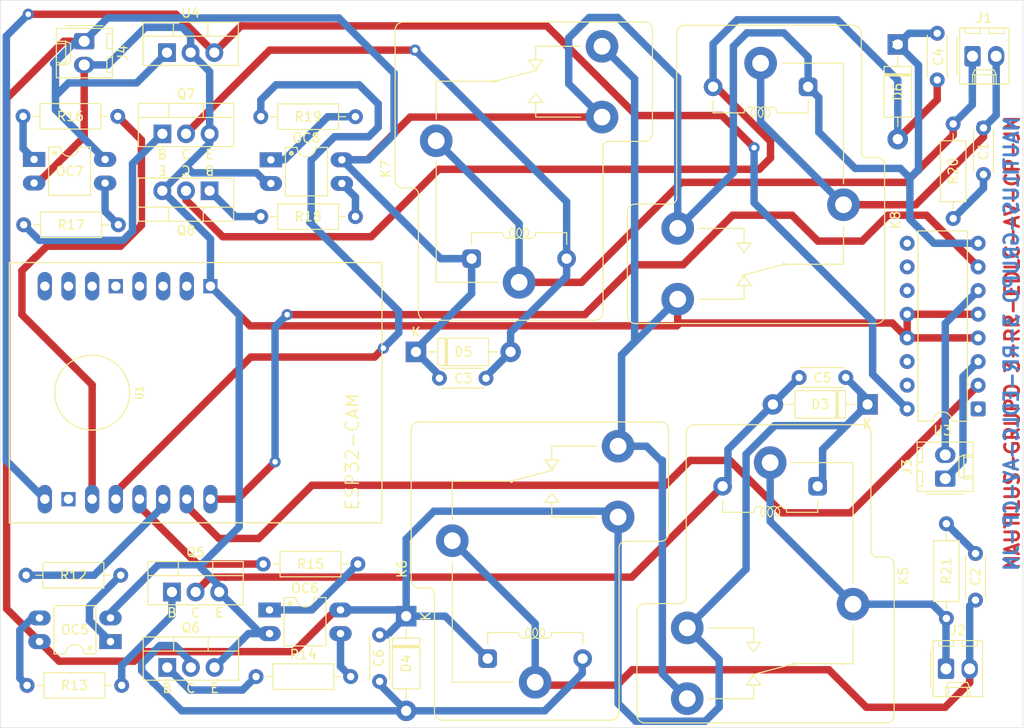
<source format=kicad_pcb>
(kicad_pcb (version 20241229) (generator "pcbnew") (generator_version "9.0")
  (layers (0 "F.Cu" signal) (2 "B.Cu" signal) (13 "F.Paste" user) (15 "B.Paste" user) (5 "F.SilkS" user "F.Silkscreen") (7 "B.SilkS" user "B.Silkscreen") (1 "F.Mask" user) (3 "B.Mask" user) (25 "Edge.Cuts" user))
  (net 0 "")
  (net 1 "Net-(C1-Pad1)")
  (net 2 "Net-(C2-Pad1)")
  (net 3 "/Submarino/MOTOR 2B")
  (net 4 "Net-(D3-A)")
  (net 5 "+12V")
  (net 6 "Net-(D4-A)")
  (net 7 "Net-(D5-A)")
  (net 8 "Net-(D6-A)")
  (net 9 "/Submarino/MOTOR 1A")
  (net 10 "/Submarino/MOTOR 1B")
  (net 11 "/Submarino/MOTOR 2A")
  (net 12 "/Submarino/MOTOR 3B")
  (net 13 "/Submarino/MOTOR 3A")
  (net 14 "Net-(OC5-Pad3)")
  (net 15 "GND")
  (net 16 "Net-(OC5-Pad1)")
  (net 17 "Net-(OC6-Pad1)")
  (net 18 "Net-(OC6-Pad3)")
  (net 19 "Net-(OC7-Pad1)")
  (net 20 "Net-(OC7-Pad3)")
  (net 21 "Net-(OC8-Pad1)")
  (net 22 "Net-(OC8-Pad3)")
  (net 23 "Net-(Q5-B)")
  (net 24 "Net-(Q6-B)")
  (net 25 "Net-(Q7-B)")
  (net 26 "Net-(Q8-B)")
  (net 27 "/Submarino/MOTOR 2/GPIO 14")
  (net 28 "/Submarino/MOTOR 2/GPIO15")
  (net 29 "/Submarino/MOTOR 1/GPIO 12")
  (net 30 "/Submarino/MOTOR 1/GPIO 13")
  (net 32 "/Submarino/5V/5V")
  (net 36 "/Submarino/ACTUADOR/GPIO 2")
  (net 40 "/Submarino/ACTUADOR/GPIO 4")
  (footprint "Relay_THT:Relay_SPDT_RAYEX-L90" (layer "F.Cu") (at 93.55 106.49 90)
    (property "Reference" "K6")
    (property "Value" "RAYEX-L90")
  )
  (footprint "Connector_Molex:Molex_KK-254_AE-6410-02A_1x02_P2.54mm_Vertical" (layer "F.Cu") (at 140.5 39.28)
    (property "Reference" "J1")
    (property "Value" "MOTOR 1")
  )
  (footprint "Resistor_THT:R_Axial_DIN0207_L6.3mm_D2.5mm_P10.16mm_Horizontal" (layer "F.Cu") (at 38.895 95)
    (property "Reference" "R12")
    (property "Value" "470")
  )
  (footprint "Diode_THT:D_DO-41_SOD81_P10.16mm_Horizontal" (layer "F.Cu") (at 129.23 76.66 180)
    (property "Reference" "D3")
    (property "Value" "1N4007")
  )
  (footprint "Capacitor_THT:C_Disc_D4.3mm_W1.9mm_P5.00mm" (layer "F.Cu") (at 141.675 51.975 90)
    (property "Reference" "C1")
    (property "Value" "100nF")
  )
  (footprint "Resistor_THT:R_Axial_DIN0207_L6.3mm_D2.5mm_P10.16mm_Horizontal" (layer "F.Cu") (at 39 106.825)
    (property "Reference" "R13")
    (property "Value" "1.5K")
  )
  (footprint "Diode_THT:D_DO-41_SOD81_P10.16mm_Horizontal" (layer "F.Cu") (at 132.475 38.02 -90)
    (property "Reference" "D6")
    (property "Value" "1N4007")
  )
  (footprint "Resistor_THT:R_Axial_DIN0207_L6.3mm_D2.5mm_P10.16mm_Horizontal" (layer "F.Cu") (at 137.695 99.63 90)
    (property "Reference" "R21")
    (property "Value" "100")
  )
  (footprint "PCM_Package_TO_SOT_THT_AKL:TO-220-3_Vertical_BCE" (layer "F.Cu") (at 54.55 96.8)
    (property "Reference" "Q5")
    (property "Value" "TIP122" (hide yes))
  )
  (footprint "Connector_Molex:Molex_KK-254_AE-6410-02A_1x02_P2.54mm_Vertical" (layer "F.Cu") (at 137.575 84.625 90)
    (property "Reference" "J3")
    (property "Value" "Actuador")
  )
  (footprint "PCM_Package_DIP_AKL:DIP-4_W7.62mm_LongPads" (layer "F.Cu") (at 65.175 50.4)
    (property "Reference" "OC8")
    (property "Value" "PC817" (hide yes))
  )
  (footprint "Capacitor_THT:C_Disc_D4.3mm_W1.9mm_P5.00mm" (layer "F.Cu") (at 76.85 101.4 -90)
    (property "Reference" "C6")
    (property "Value" "100nF")
  )
  (footprint "PCM_Package_TO_SOT_THT_AKL:TO-220-3_Vertical_BCE" (layer "F.Cu") (at 54.05 104.9)
    (property "Reference" "Q6")
    (property "Value" "TIP122" (hide yes))
  )
  (footprint "Resistor_THT:R_Axial_DIN0207_L6.3mm_D2.5mm_P10.16mm_Horizontal" (layer "F.Cu") (at 48.8 57.375 180)
    (property "Reference" "R17")
    (property "Value" "1.5K")
  )
  (footprint "Connector_Molex:Molex_KK-254_AE-6410-02A_1x02_P2.54mm_Vertical" (layer "F.Cu") (at 137.655 105.045)
    (property "Reference" "J2")
    (property "Value" "MOTOR 2")
  )
  (footprint "Resistor_THT:R_Axial_DIN0207_L6.3mm_D2.5mm_P10.16mm_Horizontal" (layer "F.Cu") (at 48.735 45.735 180)
    (property "Reference" "R16")
    (property "Value" "470")
  )
  (footprint "Capacitor_THT:C_Disc_D4.3mm_W1.9mm_P5.00mm" (layer "F.Cu") (at 140.82 92.67 -90)
    (property "Reference" "C2")
    (property "Value" "100nF")
  )
  (footprint "Relay_THT:Relay_SPDT_RAYEX-L90" (layer "F.Cu") (at 91.825 63.555 90)
    (property "Reference" "K7")
    (property "Value" "RAYEX-L90")
  )
  (footprint "Diode_THT:D_DO-41_SOD81_P10.16mm_Horizontal" (layer "F.Cu") (at 80.75 71.02)
    (property "Reference" "D5")
    (property "Value" "1N4007")
  )
  (footprint "PCM_Package_DIP_AKL:DIP-4_W7.62mm_LongPads" (layer "F.Cu") (at 47.955 102.125 180)
    (property "Reference" "OC5")
    (property "Value" "PC817" (hide yes))
  )
  (footprint "PCM_Package_DIP_AKL:DIP-4_W7.62mm_LongPads" (layer "F.Cu") (at 39.755 50.36)
    (property "Reference" "OC7")
    (property "Value" "PC817" (hide yes))
  )
  (footprint "Resistor_THT:R_Axial_DIN0207_L6.3mm_D2.5mm_P10.16mm_Horizontal" (layer "F.Cu") (at 64.095 45.775)
    (property "Reference" "R19")
    (property "Value" "470")
  )
  (footprint "Diode_THT:D_DO-41_SOD81_P10.16mm_Horizontal" (layer "F.Cu") (at 79.7 99.395 -90)
    (property "Reference" "D4")
    (property "Value" "1N4007")
  )
  (footprint "Resistor_THT:R_Axial_DIN0207_L6.3mm_D2.5mm_P10.16mm_Horizontal" (layer "F.Cu") (at 63.58 105.88)
    (property "Reference" "R14")
    (property "Value" "1.5K")
  )
  (footprint "Capacitor_THT:C_Disc_D4.3mm_W1.9mm_P5.00mm" (layer "F.Cu") (at 121.89 73.77)
    (property "Reference" "C5")
    (property "Value" "100nF")
  )
  (footprint "PCM_Package_DIP_AKL:DIP-4_W7.62mm_LongPads" (layer "F.Cu") (at 65.03 98.725)
    (property "Reference" "OC6")
    (property "Value" "PC817" (hide yes))
  )
  (footprint "Package_DIP:DIP-16_W7.62mm" (layer "F.Cu") (at 141.105 77.14 180)
    (property "Reference" "U3")
    (property "Value" "L293D")
  )
  (footprint "PCM_Package_TO_SOT_THT_AKL:TO-220-3_Vertical_BCE" (layer "F.Cu") (at 58.6 53.725 180)
    (property "Reference" "Q8")
    (property "Value" "TIP122" (hide yes))
  )
  (footprint "PCM_Package_TO_SOT_THT_AKL:TO-220-3_Vertical_BCE" (layer "F.Cu") (at 53.525 47.61)
    (property "Reference" "Q7")
    (property "Value" "TIP122" (hide yes))
  )
  (footprint "Resistor_THT:R_Axial_DIN0207_L6.3mm_D2.5mm_P10.16mm_Horizontal" (layer "F.Cu") (at 64.095 56.5)
    (property "Reference" "R18")
    (property "Value" "1.5K")
  )
  (footprint "Connector_Molex:Molex_KK-254_AE-6410-02A_1x02_P2.54mm_Vertical" (layer "F.Cu") (at 45.135 37.675 -90)
    (property "Reference" "J4")
    (property "Value" "Alimentacion")
  )
  (footprint "Relay_THT:Relay_SPDT_RAYEX-L90" (layer "F.Cu") (at 118.775 82.91 -90)
    (property "Reference" "K5")
    (property "Value" "RAYEX-L90")
  )
  (footprint "Capacitor_THT:C_Disc_D4.3mm_W1.9mm_P5.00mm" (layer "F.Cu") (at 88.27 73.85 180)
    (property "Reference" "C3")
    (property "Value" "100nF")
  )
  (footprint "PCM_Package_TO_SOT_THT_AKL:TO-220-3_Vertical" (layer "F.Cu") (at 54.02 38.895)
    (property "Reference" "U4")
    (property "Value" "L7805CV" (hide yes))
  )
  (footprint "Capacitor_THT:C_Disc_D4.3mm_W1.9mm_P5.00mm" (layer "F.Cu") (at 136.71 36.82 -90)
    (property "Reference" "C4")
    (property "Value" "100nF")
  )
  (footprint "Resistor_THT:R_Axial_DIN0207_L6.3mm_D2.5mm_P10.16mm_Horizontal" (layer "F.Cu") (at 138.425 46.545 -90)
    (property "Reference" "R20")
    (property "Value" "100")
  )
  (footprint "ESP32-CAM:ESP32-CAM" (layer "F.Cu") (at 51.0675 75.4 -90)
    (property "Reference" "U1")
    (property "Value" "ESP32-CAM")
  )
  (footprint "Relay_THT:Relay_SPDT_RAYEX-L90" (layer "F.Cu") (at 117.75 40.025 -90)
    (property "Reference" "K8")
    (property "Value" "RAYEX-L90")
  )
  (footprint "Resistor_THT:R_Axial_DIN0207_L6.3mm_D2.5mm_P10.16mm_Horizontal" (layer "F.Cu") (at 64.35 93.8)
    (property "Reference" "R15")
    (property "Value" "470")
  )
  (gr_rect (start 36.12 33.27) (end 145.91 111.365) (stroke (width 0.05)) (fill no) (layer "Edge.Cuts"))
  (gr_text "NAUTILUS-GRUPO 3-RR-EDLC-AV-CP-JN" (at 145.64 70.06 90) (layer "F.Cu") (effects (font (size 1.5 1.5) (thickness 0.3) (bold yes)) (justify bottom)))
  (gr_text "NAUTILUS-GRUPO 3-RR-EDLC-AV-CP-JN" (at 145.55 70.15 90) (layer "B.Cu") (effects (font (size 1.5 1.5) (thickness 0.3) (bold yes)) (justify bottom mirror)))
  (segment (start 141.675 51.975) (end 141.675 53.455) (width 0.8) (layer "B.Cu") (net 1))
  (segment (start 141.675 53.455) (end 138.425 56.705) (width 0.8) (layer "B.Cu") (net 1))
  (segment (start 140.82 92.595) (end 137.695 89.47) (width 0.8) (layer "B.Cu") (net 2))
  (segment (start 140.82 92.67) (end 140.82 92.595) (width 0.8) (layer "B.Cu") (net 2))
  (segment (start 140.195 106.53) (end 140.195 105.045) (width 0.8) (layer "F.Cu") (net 3))
  (segment (start 125.075 105.15) (end 129.1 109.175) (width 0.8) (layer "F.Cu") (net 3))
  (segment (start 137.55 109.175) (end 140.195 106.53) (width 0.8) (layer "F.Cu") (net 3))
  (segment (start 93.86 106.8) (end 102.325 106.8) (width 0.8) (layer "F.Cu") (net 3))
  (segment (start 102.325 106.8) (end 103.975 105.15) (width 0.8) (layer "F.Cu") (net 3))
  (segment (start 103.975 105.15) (end 125.075 105.15) (width 0.8) (layer "F.Cu") (net 3))
  (segment (start 93.55 106.49) (end 93.86 106.8) (width 0.8) (layer "F.Cu") (net 3))
  (segment (start 129.1 109.175) (end 137.55 109.175) (width 0.8) (layer "F.Cu") (net 3))
  (segment (start 84.65 91.29) (end 93.55 100.19) (width 0.8) (layer "B.Cu") (net 3))
  (segment (start 140.195 105.045) (end 140.195 98.295) (width 0.8) (layer "B.Cu") (net 3))
  (segment (start 140.195 98.295) (end 140.82 97.67) (width 0.8) (layer "B.Cu") (net 3))
  (segment (start 93.55 100.19) (end 93.55 106.49) (width 0.8) (layer "B.Cu") (net 3))
  (segment (start 60.275481 95.201) (end 103.924 95.201) (width 0.8) (layer "F.Cu") (net 4))
  (segment (start 57.09 96.8) (end 58.689 95.201) (width 0.8) (layer "F.Cu") (net 4))
  (segment (start 58.984519 95.201) (end 58.986519 95.199) (width 0.8) (layer "F.Cu") (net 4))
  (segment (start 103.924 95.201) (end 113.675 85.45) (width 0.8) (layer "F.Cu") (net 4))
  (segment (start 58.986519 95.199) (end 60.273481 95.199) (width 0.8) (layer "F.Cu") (net 4))
  (segment (start 58.689 95.201) (end 58.984519 95.201) (width 0.8) (layer "F.Cu") (net 4))
  (segment (start 60.273481 95.199) (end 60.275481 95.201) (width 0.8) (layer "F.Cu") (net 4))
  (segment (start 114.245 84.88) (end 113.675 85.45) (width 0.8) (layer "B.Cu") (net 4))
  (segment (start 119.07 76.59) (end 121.89 73.77) (width 0.8) (layer "B.Cu") (net 4))
  (segment (start 114.245 81.485) (end 114.245 84.88) (width 0.8) (layer "B.Cu") (net 4))
  (segment (start 119.07 76.66) (end 114.245 81.485) (width 0.8) (layer "B.Cu") (net 4))
  (segment (start 119.07 76.66) (end 119.07 76.59) (width 0.8) (layer "B.Cu") (net 4))
  (segment (start 42.435 104.225) (end 50.5 104.225) (width 0.8) (layer "F.Cu") (net 5))
  (segment (start 67.675 103.2) (end 72.15 98.725) (width 0.8) (layer "F.Cu") (net 5))
  (segment (start 51.525 103.2) (end 67.675 103.2) (width 0.8) (layer "F.Cu") (net 5))
  (segment (start 80.135 45.815) (end 100.725 45.815) (width 0.8) (layer "F.Cu") (net 5))
  (segment (start 42.945 37.675) (end 45.135 37.675) (width 0.8) (layer "F.Cu") (net 5))
  (segment (start 36.81 43.81) (end 42.945 37.675) (width 0.8) (layer "F.Cu") (net 5))
  (segment (start 72.15 98.725) (end 72.65 98.725) (width 0.8) (layer "F.Cu") (net 5))
  (segment (start 36.81 98.6) (end 36.81 43.81) (width 0.8) (layer "F.Cu") (net 5))
  (segment (start 40.335 102.125) (end 42.435 104.225) (width 0.8) (layer "F.Cu") (net 5))
  (segment (start 72.795 50.4) (end 75.55 50.4) (width 0.8) (layer "F.Cu") (net 5))
  (segment (start 40.335 102.125) (end 36.81 98.6) (width 0.8) (layer "F.Cu") (net 5))
  (segment (start 50.5 104.225) (end 51.525 103.2) (width 0.8) (layer "F.Cu") (net 5))
  (segment (start 75.55 50.4) (end 80.135 45.815) (width 0.8) (layer "F.Cu") (net 5))
  (segment (start 108.85 41.575) (end 108.85 57.765) (width 0.8) (layer "B.Cu") (net 5))
  (segment (start 83.27 73.85) (end 83.27 73.54) (width 0.8) (layer "B.Cu") (net 5))
  (segment (start 75.65 50.4) (end 78.4 47.65) (width 0.8) (layer "B.Cu") (net 5))
  (segment (start 134.6 51.525) (end 133.775 52.35) (width 0.8) (layer "B.Cu") (net 5))
  (segment (start 47.635 35.175) (end 45.135 37.675) (width 0.8) (layer "B.Cu") (net 5))
  (segment (start 72.475 35.175) (end 47.635 35.175) (width 0.8) (layer "B.Cu") (net 5))
  (segment (start 132.475 38.02) (end 134.7 40.245) (width 0.8) (layer "B.Cu") (net 5))
  (segment (start 113.3 109.17) (end 111.8 110.67) (width 0.8) (layer "B.Cu") (net 5))
  (segment (start 42.05 43.55) (end 42.05 39.875) (width 0.8) (layer "B.Cu") (net 5))
  (segment (start 109.875 100.65) (end 113.3 104.075) (width 0.8) (layer "B.Cu") (net 5))
  (segment (start 134.7 51.525) (end 134.6 51.525) (width 0.8) (layer "B.Cu") (net 5))
  (segment (start 129.23 76.66) (end 126.95 78.94) (width 0.8) (layer "B.Cu") (net 5))
  (segment (start 102.4 35.125) (end 108.85 41.575) (width 0.8) (layer "B.Cu") (net 5))
  (segment (start 101.825 88.125) (end 82.675 88.125) (width 0.8) (layer "B.Cu") (net 5))
  (segment (start 86.725 64.775) (end 80.75 70.75) (width 0.8) (layer "B.Cu") (net 5))
  (segment (start 42.05 39.875) (end 41.85 40.075) (width 0.8) (layer "B.Cu") (net 5))
  (segment (start 102.45 108.775) (end 102.45 88.75) (width 0.8) (layer "B.Cu") (net 5))
  (segment (start 78.4 47.65) (end 78.4 41.1) (width 0.8) (layer "B.Cu") (net 5))
  (segment (start 129.23 76.11) (end 126.89 73.77) (width 0.8) (layer "B.Cu") (net 5))
  (segment (start 124.405 84.92) (end 124.405 81.485) (width 0.8) (layer "B.Cu") (net 5))
  (segment (start 99.35 35.125) (end 102.4 35.125) (width 0.8) (layer "B.Cu") (net 5))
  (segment (start 82.675 88.125) (end 79.7 91.1) (width 0.8) (layer "B.Cu") (net 5))
  (segment (start 97.15 37.325) (end 99.35 35.125) (width 0.8) (layer "B.Cu") (net 5))
  (segment (start 80.75 70.75) (end 80.75 71.02) (width 0.8) (layer "B.Cu") (net 5))
  (segment (start 72.795 50.4) (end 75.65 50.4) (width 0.8) (layer "B.Cu") (net 5))
  (segment (start 119.26 78.94) (end 116.19 82.01) (width 0.8) (layer "B.Cu") (net 5))
  (segment (start 42.05 45.035) (end 42.05 43.55) (width 0.8) (layer "B.Cu") (net 5))
  (segment (start 123.875 85.45) (end 124.405 84.92) (width 0.8) (layer "B.Cu") (net 5))
  (segment (start 133.775 52.35) (end 133.775 56.775) (width 0.8) (layer "B.Cu") (net 5))
  (segment (start 83.41 61.015) (end 72.795 50.4) (width 0.8) (layer "B.Cu") (net 5))
  (segment (start 76.85 101.4) (end 77.695 101.4) (width 0.8) (layer "B.Cu") (net 5))
  (segment (start 83.27 73.54) (end 80.75 71.02) (width 0.8) (layer "B.Cu") (net 5))
  (segment (start 129.23 76.66) (end 129.23 76.11) (width 0.8) (layer "B.Cu") (net 5))
  (segment (start 116.19 82.01) (end 116.19 94.335) (width 0.8) (layer "B.Cu") (net 5))
  (segment (start 124.405 81.485) (end 129.23 76.66) (width 0.8) (layer "B.Cu") (net 5))
  (segment (start 111.8 110.67) (end 104.345 110.67) (width 0.8) (layer "B.Cu") (net 5))
  (segment (start 133.675 36.82) (end 132.475 38.02) (width 0.8) (layer "B.Cu") (net 5))
  (segment (start 114.825 38.225) (end 114.825 51.79) (width 0.8) (layer "B.Cu") (net 5))
  (segment (start 79.7 91.1) (end 79.7 99.395) (width 0.8) (layer "B.Cu") (net 5))
  (segment (start 72.65 98.725) (end 79.03 98.725) (width 0.8) (layer "B.Cu") (net 5))
  (segment (start 86.725 61.015) (end 86.725 64.775) (width 0.8) (layer "B.Cu") (net 5))
  (segment (start 136.36 59.36) (end 141.105 59.36) (width 0.8) (layer "B.Cu") (net 5))
  (segment (start 133.775 56.775) (end 136.36 59.36) (width 0.8) (layer "B.Cu") (net 5))
  (segment (start 83.895 99.395) (end 88.45 103.95) (width 0.8) (layer "B.Cu") (net 5))
  (segment (start 134.7 40.245) (end 134.7 51.525) (width 0.8) (layer "B.Cu") (net 5))
  (segment (start 122.85 39.375) (end 120.25 36.775) (width 0.8) (layer "B.Cu") (net 5))
  (segment (start 79.7 99.395) (end 83.895 99.395) (width 0.8) (layer "B.Cu") (net 5))
  (segment (start 97.15 42.24) (end 97.15 37.325) (width 0.8) (layer "B.Cu") (net 5))
  (segment (start 43.45 42.15) (end 42.05 43.55) (width 0.8) (layer "B.Cu") (net 5))
  (segment (start 133.775 52.35) (end 132.75 51.325) (width 0.8) (layer "B.Cu") (net 5))
  (segment (start 102.45 88.75) (end 101.825 88.125) (width 0.8) (layer "B.Cu") (net 5))
  (segment (start 78.4 41.1) (end 72.475 35.175) (width 0.8) (layer "B.Cu") (net 5))
  (segment (start 124 43.715) (end 122.85 42.565) (width 0.8) (layer "B.Cu") (net 5))
  (segment (start 136.71 36.82) (end 133.675 36.82) (width 0.8) (layer "B.Cu") (net 5))
  (segment (start 122.85 42.565) (end 122.85 39.375) (width 0.8) (layer "B.Cu") (net 5))
  (segment (start 44.25 37.675) (end 42.05 39.875) (width 0.8) (layer "B.Cu") (net 5))
  (segment (start 50.765 42.15) (end 43.45 42.15) (width 0.8) (layer "B.Cu") (net 5))
  (segment (start 100.725 45.815) (end 97.15 42.24) (width 0.8) (layer "B.Cu") (net 5))
  (segment (start 132.75 51.325) (end 127.9 51.325) (width 0.8) (layer "B.Cu") (net 5))
  (segment (start 124 47.425) (end 124 43.715) (width 0.8) (layer "B.Cu") (net 5))
  (segment (start 54.02 38.895) (end 50.765 42.15) (width 0.8) (layer "B.Cu") (net 5))
  (segment (start 120.25 36.775) (end 116.275 36.775) (width 0.8) (layer "B.Cu") (net 5))
  (segment (start 47.375 50.36) (end 42.05 45.035) (width 0.8) (layer "B.Cu") (net 5))
  (segment (start 86.725 61.015) (end 83.41 61.015) (width 0.8) (layer "B.Cu") (net 5))
  (segment (start 77.695 101.4) (end 79.7 99.395) (width 0.8) (layer "B.Cu") (net 5))
  (segment (start 116.19 94.335) (end 109.875 100.65) (width 0.8) (layer "B.Cu") (net 5))
  (segment (start 113.3 104.075) (end 113.3 109.17) (width 0.8) (layer "B.Cu") (net 5))
  (segment (start 126.95 78.94) (end 119.26 78.94) (width 0.8) (layer "B.Cu") (net 5))
  (segment (start 79.03 98.725) (end 79.7 99.395) (width 0.8) (layer "B.Cu") (net 5))
  (segment (start 104.345 110.67) (end 102.45 108.775) (width 0.8) (layer "B.Cu") (net 5))
  (segment (start 45.135 37.675) (end 44.25 37.675) (width 0.8) (layer "B.Cu") (net 5))
  (segment (start 127.9 51.325) (end 124 47.425) (width 0.8) (layer "B.Cu") (net 5))
  (segment (start 116.275 36.775) (end 114.825 38.225) (width 0.8) (layer "B.Cu") (net 5))
  (segment (start 114.825 51.79) (end 108.85 57.765) (width 0.8) (layer "B.Cu") (net 5))
  (segment (start 55.605 109.555) (end 52.551 106.501) (width 0.8) (layer "B.Cu") (net 6))
  (segment (start 54.875 102.55) (end 56.59 104.265) (width 0.8) (layer "B.Cu") (net 6))
  (segment (start 52.4965 106.501) (end 52.4965 106.4465) (width 0.8) (layer "B.Cu") (net 6))
  (segment (start 56.59 104.265) (end 56.59 104.9) (width 0.8) (layer "B.Cu") (net 6))
  (segment (start 79.7 109.555) (end 94.57 109.555) (width 0.8) (layer "B.Cu") (net 6))
  (segment (start 98.6 104) (end 98.65 103.95) (width 0.8) (layer "B.Cu") (net 6))
  (segment (start 76.85 106.705) (end 79.7 109.555) (width 0.8) (layer "B.Cu") (net 6))
  (segment (start 94.57 109.555) (end 98.6 105.525) (width 0.8) (layer "B.Cu") (net 6))
  (segment (start 53.2455 102.55) (end 54.875 102.55) (width 0.8) (layer "B.Cu") (net 6))
  (segment (start 52.4965 106.4465) (end 51.3 105.25) (width 0.8) (layer "B.Cu") (net 6))
  (segment (start 79.7 109.555) (end 55.605 109.555) (width 0.8) (layer "B.Cu") (net 6))
  (segment (start 51.3 105.25) (end 51.3 104.4955) (width 0.8) (layer "B.Cu") (net 6))
  (segment (start 52.551 106.501) (end 52.4965 106.501) (width 0.8) (layer "B.Cu") (net 6))
  (segment (start 98.6 105.525) (end 98.6 104) (width 0.8) (layer "B.Cu") (net 6))
  (segment (start 76.85 106.4) (end 76.85 106.705) (width 0.8) (layer "B.Cu") (net 6))
  (segment (start 51.3 104.4955) (end 53.2455 102.55) (width 0.8) (layer "B.Cu") (net 6))
  (segment (start 65.05 38.625) (end 56.065 47.61) (width 0.8) (layer "F.Cu") (net 7))
  (segment (start 80.65 38.625) (end 65.05 38.625) (width 0.8) (layer "F.Cu") (net 7))
  (via (at 80.65 38.625) (size 1.2) (drill 0.6) (layers "F.Cu" "B.Cu") (net 7))
  (segment (start 88.27 73.85) (end 88.27 73.66) (width 0.8) (layer "B.Cu") (net 7))
  (segment (start 90.91 68.93) (end 96.925 62.915) (width 0.8) (layer "B.Cu") (net 7))
  (segment (start 96.925 61.015) (end 96.925 54.9) (width 0.8) (layer "B.Cu") (net 7))
  (segment (start 96.925 54.9) (end 80.65 38.625) (width 0.8) (layer "B.Cu") (net 7))
  (segment (start 88.27 73.66) (end 90.91 71.02) (width 0.8) (layer "B.Cu") (net 7))
  (segment (start 90.91 71.02) (end 90.91 68.93) (width 0.8) (layer "B.Cu") (net 7))
  (segment (start 96.925 62.915) (end 96.925 61.015) (width 0.8) (layer "B.Cu") (net 7))
  (segment (start 112.955 42.565) (end 118.81 48.42) (width 0.8) (layer "F.Cu") (net 8))
  (segment (start 83.184817 51.42) (end 75.944817 58.66) (width 0.8) (layer "F.Cu") (net 8))
  (segment (start 60.01 58.66) (end 56.06 54.71) (width 0.8) (layer "F.Cu") (net 8))
  (segment (start 117.6 51.42) (end 83.184817 51.42) (width 0.8) (layer "F.Cu") (net 8))
  (segment (start 56.06 54.71) (end 56.06 53.725) (width 0.8) (layer "F.Cu") (net 8))
  (segment (start 118.81 48.42) (end 118.81 50.21) (width 0.8) (layer "F.Cu") (net 8))
  (segment (start 118.81 50.21) (end 117.6 51.42) (width 0.8) (layer "F.Cu") (net 8))
  (segment (start 112.65 42.565) (end 112.955 42.565) (width 0.8) (layer "F.Cu") (net 8))
  (segment (start 136.71 41.82) (end 136.71 43.945) (width 0.8) (layer "F.Cu") (net 8))
  (segment (start 136.71 43.945) (end 132.475 48.18) (width 0.8) (layer "F.Cu") (net 8))
  (segment (start 75.944817 58.66) (end 60.01 58.66) (width 0.8) (layer "F.Cu") (net 8))
  (segment (start 112.65 37.95) (end 115.225 35.375) (width 0.8) (layer "B.Cu") (net 8))
  (segment (start 115.225 35.375) (end 126 35.375) (width 0.8) (layer "B.Cu") (net 8))
  (segment (start 112.65 42.565) (end 112.65 37.95) (width 0.8) (layer "B.Cu") (net 8))
  (segment (start 132.475 41.85) (end 132.475 48.18) (width 0.8) (layer "B.Cu") (net 8))
  (segment (start 126 35.375) (end 132.475 41.85) (width 0.8) (layer "B.Cu") (net 8))
  (segment (start 109.255 52.82) (end 133.355 52.82) (width 0.8) (layer "F.Cu") (net 9))
  (segment (start 138.425 47.75) (end 138.425 46.545) (width 0.8) (layer "F.Cu") (net 9))
  (segment (start 133.355 52.82) (end 138.425 47.75) (width 0.8) (layer "F.Cu") (net 9))
  (segment (start 98.52 63.555) (end 109.255 52.82) (width 0.8) (layer "F.Cu") (net 9))
  (segment (start 91.825 63.555) (end 98.52 63.555) (width 0.8) (layer "F.Cu") (net 9))
  (segment (start 140.48 39.3) (end 140.5 39.28) (width 0.8) (layer "B.Cu") (net 9))
  (segment (start 140.48 44.49) (end 140.48 39.3) (width 0.8) (layer "B.Cu") (net 9))
  (segment (start 91.825 63.555) (end 91.825 57.255) (width 0.8) (layer "B.Cu") (net 9))
  (segment (start 91.825 57.255) (end 82.925 48.355) (width 0.8) (layer "B.Cu") (net 9))
  (segment (start 138.425 46.545) (end 140.48 44.49) (width 0.8) (layer "B.Cu") (net 9))
  (segment (start 126.65 55.225) (end 134.4 55.225) (width 0.8) (layer "F.Cu") (net 10))
  (segment (start 134.4 55.225) (end 141.675 47.95) (width 0.8) (layer "F.Cu") (net 10))
  (segment (start 141.675 47.95) (end 141.675 46.975) (width 0.8) (layer "F.Cu") (net 10))
  (segment (start 117.75 40.025) (end 117.75 46.325) (width 0.8) (layer "B.Cu") (net 10))
  (segment (start 117.75 46.325) (end 126.65 55.225) (width 0.8) (layer "B.Cu") (net 10))
  (segment (start 143.04 45.61) (end 143.04 39.28) (width 0.8) (layer "B.Cu") (net 10))
  (segment (start 141.675 46.975) (end 143.04 45.61) (width 0.8) (layer "B.Cu") (net 10))
  (segment (start 141.35 46.65) (end 141.675 46.975) (width 0.8) (layer "B.Cu") (net 10))
  (segment (start 127.675 98.11) (end 136.175 98.11) (width 0.8) (layer "B.Cu") (net 11))
  (segment (start 136.175 98.11) (end 137.695 99.63) (width 0.8) (layer "B.Cu") (net 11))
  (segment (start 137.655 99.67) (end 137.695 99.63) (width 0.8) (layer "B.Cu") (net 11))
  (segment (start 118.775 89.21) (end 127.675 98.11) (width 0.8) (layer "B.Cu") (net 11))
  (segment (start 137.655 105.045) (end 137.655 99.67) (width 0.8) (layer "B.Cu") (net 11))
  (segment (start 118.775 82.91) (end 118.775 89.21) (width 0.8) (layer "B.Cu") (net 11))
  (segment (start 137.575 67.97) (end 141.105 64.44) (width 0.8) (layer "B.Cu") (net 12))
  (segment (start 137.575 82.085) (end 137.575 67.97) (width 0.8) (layer "B.Cu") (net 12))
  (segment (start 139.475 82.725) (end 139.475 73.69) (width 0.8) (layer "B.Cu") (net 13))
  (segment (start 137.575 84.625) (end 139.475 82.725) (width 0.8) (layer "B.Cu") (net 13))
  (segment (start 139.475 73.69) (end 141.105 72.06) (width 0.8) (layer "B.Cu") (net 13))
  (segment (start 40.335 99.585) (end 39.54 99.585) (width 0.8) (layer "B.Cu") (net 14))
  (segment (start 39.54 99.585) (end 38.225 100.9) (width 0.8) (layer "B.Cu") (net 14))
  (segment (start 38.225 100.9) (end 38.225 106.05) (width 0.8) (layer "B.Cu") (net 14))
  (segment (start 38.225 106.05) (end 39 106.825) (width 0.8) (layer "B.Cu") (net 14))
  (segment (start 42.9275 50.1275) (end 42.44 50.615) (width 0.8) (layer "F.Cu") (net 15))
  (segment (start 109.045736 67.92) (end 131.885 67.92) (width 0.8) (layer "F.Cu") (net 15))
  (segment (start 40.155 52.9) (end 42.44 50.615) (width 0.8) (layer "F.Cu") (net 15))
  (segment (start 133.485 69.52) (end 141.105 69.52) (width 0.8) (layer "F.Cu") (net 15))
  (segment (start 108.85 65.365) (end 108.85 68.115736) (width 0.8) (layer "F.Cu") (net 15))
  (segment (start 42.9275 50.1275) (end 45.135 47.92) (width 0.8) (layer "F.Cu") (net 15))
  (segment (start 108.739736 68.226) (end 109.045736 67.92) (width 0.8) (layer "F.Cu") (net 15))
  (segment (start 133.485 69.52) (end 133.485 66.98) (width 0.8) (layer "F.Cu") (net 15))
  (segment (start 108.85 68.115736) (end 108.739736 68.226) (width 0.8) (layer "F.Cu") (net 15))
  (segment (start 131.885 67.92) (end 133.485 69.52) (width 0.8) (layer "F.Cu") (net 15))
  (segment (start 133.485 66.98) (end 141.105 66.98) (width 0.8) (layer "F.Cu") (net 15))
  (segment (start 39.755 52.9) (end 40.155 52.9) (width 0.8) (layer "F.Cu") (net 15))
  (segment (start 62.9435 68.226) (end 58.6875 63.97) (width 0.8) (layer "F.Cu") (net 15))
  (segment (start 108.739736 68.226) (end 62.9435 68.226) (width 0.8) (layer "F.Cu") (net 15))
  (segment (start 45.135 47.92) (end 45.135 40.215) (width 0.8) (layer "F.Cu") (net 15))
  (segment (start 65.175 52.94) (end 64.775 52.94) (width 0.8) (layer "B.Cu") (net 15))
  (segment (start 108.85 65.365) (end 102.89 71.325) (width 0.8) (layer "B.Cu") (net 15))
  (segment (start 59.63 96.8) (end 59.63 96.16) (width 0.8) (layer "B.Cu") (net 15))
  (segment (start 58.6875 58.8925) (end 53.52 53.725) (width 0.8) (layer "B.Cu") (net 15))
  (segment (start 59.63 96.16) (end 57.7 94.23) (width 0.8) (layer "B.Cu") (net 15))
  (segment (start 53.895 53.725) (end 53.52 53.725) (width 0.8) (layer "B.Cu") (net 15))
  (segment (start 62.765 101.265) (end 59.13 104.9) (width 0.8) (layer "B.Cu") (net 15))
  (segment (start 59.63 96.8) (end 64.095 101.265) (width 0.8) (layer "B.Cu") (net 15))
  (segment (start 56.56 37.095) (end 56.56 38.895) (width 0.8) (layer "B.Cu") (net 15))
  (segment (start 45.135 40.215) (end 47.66 40.215) (width 0.8) (layer "B.Cu") (net 15))
  (segment (start 107 82.65) (end 105.5 81.15) (width 0.8) (layer "B.Cu") (net 15))
  (segment (start 55.64 36.175) (end 56.56 37.095) (width 0.8) (layer "B.Cu") (net 15))
  (segment (start 63.635 51.8) (end 56.77 51.8) (width 0.8) (layer "B.Cu") (net 15))
  (segment (start 57.7 94.23) (end 57.7 93.875) (width 0.8) (layer "B.Cu") (net 15))
  (segment (start 102.89 71.325) (end 102.826 71.325) (width 0.8) (layer "B.Cu") (net 15))
  (segment (start 58.605 47.61) (end 58.605 40.94) (width 0.8) (layer "B.Cu") (net 15))
  (segment (start 57.7 93.875) (end 61.775 89.8) (width 0.8) (layer "B.Cu") (net 15))
  (segment (start 65.03 101.265) (end 62.765 101.265) (width 0.8) (layer "B.Cu") (net 15))
  (segment (start 102.826 80.774) (end 102.45 81.15) (width 0.8) (layer "B.Cu") (net 15))
  (segment (start 47.66 40.215) (end 51.7 36.175) (width 0.8) (layer "B.Cu") (net 15))
  (segment (start 107.2 105.575) (end 107.2 82.65) (width 0.8) (layer "B.Cu") (net 15))
  (segment (start 105.5 81.15) (end 102.45 81.15) (width 0.8) (layer "B.Cu") (net 15))
  (segment (start 104.225 41.715) (end 104.225 69.926) (width 0.8) (layer "B.Cu") (net 15))
  (segment (start 64.775 52.94) (end 63.635 51.8) (width 0.8) (layer "B.Cu") (net 15))
  (segment (start 56.1075 51.1375) (end 53.52 53.725) (width 0.8) (layer "B.Cu") (net 15))
  (segment (start 100.725 38.215) (end 104.225 41.715) (width 0.8) (layer "B.Cu") (net 15))
  (segment (start 56.77 51.8) (end 56.1075 51.1375) (width 0.8) (layer "B.Cu") (net 15))
  (segment (start 58.605 40.94) (end 56.56 38.895) (width 0.8) (layer "B.Cu") (net 15))
  (segment (start 58.6875 63.97) (end 58.6875 58.8925) (width 0.8) (layer "B.Cu") (net 15))
  (segment (start 102.826 71.325) (end 102.826 80.774) (width 0.8) (layer "B.Cu") (net 15))
  (segment (start 47.955 99.585) (end 47.955 99.02) (width 0.8) (layer "B.Cu") (net 15))
  (segment (start 61.775 89.8) (end 61.775 67.0575) (width 0.8) (layer "B.Cu") (net 15))
  (segment (start 58.605 47.61) (end 58.605 48.64) (width 0.8) (layer "B.Cu") (net 15))
  (segment (start 107.2 82.65) (end 107 82.65) (width 0.8) (layer "B.Cu") (net 15))
  (segment (start 109.875 108.25) (end 107.2 105.575) (width 0.8) (layer "B.Cu") (net 15))
  (segment (start 47.955 99.02) (end 53.1 93.875) (width 0.8) (layer "B.Cu") (net 15))
  (segment (start 104.225 69.926) (end 102.826 71.325) (width 0.8) (layer "B.Cu") (net 15))
  (segment (start 58.605 48.64) (end 56.1075 51.1375) (width 0.8) (layer "B.Cu") (net 15))
  (segment (start 51.7 36.175) (end 55.64 36.175) (width 0.8) (layer "B.Cu") (net 15))
  (segment (start 53.1 93.875) (end 57.7 93.875) (width 0.8) (layer "B.Cu") (net 15))
  (segment (start 61.775 67.0575) (end 58.6875 63.97) (width 0.8) (layer "B.Cu") (net 15))
  (segment (start 64.095 101.265) (end 65.03 101.265) (width 0.8) (layer "B.Cu") (net 15))
  (segment (start 49.055 95) (end 45.7 98.355) (width 0.8) (layer "B.Cu") (net 16))
  (segment (start 45.7 99.87) (end 47.955 102.125) (width 0.8) (layer "B.Cu") (net 16))
  (segment (start 45.7 98.355) (end 45.7 99.87) (width 0.8) (layer "B.Cu") (net 16))
  (segment (start 69.585 98.725) (end 74.51 93.8) (width 0.8) (layer "B.Cu") (net 17))
  (segment (start 65.03 98.725) (end 69.585 98.725) (width 0.8) (layer "B.Cu") (net 17))
  (segment (start 72.65 104.79) (end 73.71 105.85) (width 0.8) (layer "B.Cu") (net 18))
  (segment (start 72.65 101.265) (end 72.65 104.79) (width 0.8) (layer "B.Cu") (net 18))
  (segment (start 38.575 45.735) (end 38.575 49.18) (width 0.8) (layer "B.Cu") (net 19))
  (segment (start 38.575 49.18) (end 39.755 50.36) (width 0.8) (layer "B.Cu") (net 19))
  (segment (start 47.375 55.95) (end 48.8 57.375) (width 0.8) (layer "B.Cu") (net 20))
  (segment (start 47.375 52.9) (end 47.375 55.95) (width 0.8) (layer "B.Cu") (net 20))
  (segment (start 65.175 50.4) (end 66.65 50.4) (width 0.8) (layer "B.Cu") (net 21))
  (segment (start 71.275 45.775) (end 74.255 45.775) (width 0.8) (layer "B.Cu") (net 21))
  (segment (start 66.65 50.4) (end 71.275 45.775) (width 0.8) (layer "B.Cu") (net 21))
  (segment (start 74.255 56.5) (end 74.255 54.4) (width 0.8) (layer "B.Cu") (net 22))
  (segment (start 74.255 54.4) (end 72.795 52.94) (width 0.8) (layer "B.Cu") (net 22))
  (segment (start 54.55 99.3) (end 54.55 96.8) (width 0.8) (layer "B.Cu") (net 23))
  (segment (start 49.16 106.825) (end 49.16 104.69) (width 0.8) (layer "B.Cu") (net 23))
  (segment (start 49.16 104.69) (end 54.55 99.3) (width 0.8) (layer "B.Cu") (net 23))
  (segment (start 54.05 104.9) (end 56.475 107.325) (width 0.8) (layer "B.Cu") (net 24))
  (segment (start 62.135 107.325) (end 63.58 105.88) (width 0.8) (layer "B.Cu") (net 24))
  (segment (start 56.475 107.325) (end 62.135 107.325) (width 0.8) (layer "B.Cu") (net 24))
  (segment (start 40.015 58.75) (end 40.025 58.75) (width 0.8) (layer "B.Cu") (net 25))
  (segment (start 38.64 57.375) (end 40.015 58.75) (width 0.8) (layer "B.Cu") (net 25))
  (segment (start 50.325 58.025) (end 50.325 50.81) (width 0.8) (layer "B.Cu") (net 25))
  (segment (start 50.325 50.81) (end 53.525 47.61) (width 0.8) (layer "B.Cu") (net 25))
  (segment (start 40.325 59.05) (end 49.3 59.05) (width 0.8) (layer "B.Cu") (net 25))
  (segment (start 49.3 59.05) (end 50.325 58.025) (width 0.8) (layer "B.Cu") (net 25))
  (segment (start 40.025 58.75) (end 40.325 59.05) (width 0.8) (layer "B.Cu") (net 25))
  (segment (start 64.095 56.5) (end 61.375 56.5) (width 0.8) (layer "B.Cu") (net 26))
  (segment (start 61.375 56.5) (end 58.6 53.725) (width 0.8) (layer "B.Cu") (net 26))
  (segment (start 38.895 95) (end 46.2 95) (width 0.8) (layer "B.Cu") (net 27))
  (segment (start 46.2 95) (end 53.6075 87.5925) (width 0.8) (layer "B.Cu") (net 27))
  (segment (start 53.6075 87.5925) (end 53.6075 86.83) (width 0.8) (layer "B.Cu") (net 27))
  (segment (start 64.35 93.8) (end 57.2755 93.8) (width 0.8) (layer "F.Cu") (net 28))
  (segment (start 57.2755 93.8) (end 51.0675 87.592) (width 0.8) (layer "F.Cu") (net 28))
  (segment (start 51.0675 87.592) (end 51.0675 86.83) (width 0.8) (layer "F.Cu") (net 28))
  (segment (start 51.275 48.275) (end 48.735 45.735) (width 0.8) (layer "F.Cu") (net 29))
  (segment (start 41.125 59.675) (end 49.035 59.675) (width 0.8) (layer "F.Cu") (net 29))
  (segment (start 51.275 57.435) (end 51.275 48.275) (width 0.8) (layer "F.Cu") (net 29))
  (segment (start 45.9875 86.83) (end 45.9875 74.5625) (width 0.8) (layer "F.Cu") (net 29))
  (segment (start 39.9 60.85) (end 39.95 60.85) (width 0.8) (layer "F.Cu") (net 29))
  (segment (start 38.45 62.3) (end 39.9 60.85) (width 0.8) (layer "F.Cu") (net 29))
  (segment (start 39.95 60.85) (end 41.125 59.675) (width 0.8) (layer "F.Cu") (net 29))
  (segment (start 49.035 59.675) (end 51.275 57.435) (width 0.8) (layer "F.Cu") (net 29))
  (segment (start 45.9875 74.5625) (end 38.45 67.025) (width 0.8) (layer "F.Cu") (net 29))
  (segment (start 38.45 67.025) (end 38.45 62.3) (width 0.8) (layer "F.Cu") (net 29))
  (segment (start 76.3 71.575) (end 77.25 70.625) (width 0.8) (layer "F.Cu") (net 30))
  (segment (start 63.0205 71.575) (end 76.3 71.575) (width 0.8) (layer "F.Cu") (net 30))
  (segment (start 48.5275 86.068) (end 63.0205 71.575) (width 0.8) (layer "F.Cu") (net 30))
  (segment (start 48.5275 86.83) (end 48.5275 86.068) (width 0.8) (layer "F.Cu") (net 30))
  (via (at 77.25 70.625) (size 1.2) (drill 0.6) (layers "F.Cu" "B.Cu") (net 30))
  (segment (start 72 47.925) (end 75.675 47.925) (width 0.8) (layer "B.Cu") (net 30))
  (segment (start 69.35 57.1) (end 69.5 56.95) (width 0.8) (layer "B.Cu") (net 30))
  (segment (start 78.9 68.975) (end 78.9 66.65) (width 0.8) (layer "B.Cu") (net 30))
  (segment (start 75.675 47.925) (end 76.7 46.9) (width 0.8) (layer "B.Cu") (net 30))
  (segment (start 65.725 42.35) (end 64.095 43.98) (width 0.8) (layer "B.Cu") (net 30))
  (segment (start 76.7 46.9) (end 76.7 44.4) (width 0.8) (layer "B.Cu") (net 30))
  (segment (start 69.5 50.425) (end 72 47.925) (width 0.8) (layer "B.Cu") (net 30))
  (segment (start 77.25 70.625) (end 78.9 68.975) (width 0.8) (layer "B.Cu") (net 30))
  (segment (start 78.9 66.65) (end 69.35 57.1) (width 0.8) (layer "B.Cu") (net 30))
  (segment (start 74.65 42.35) (end 65.725 42.35) (width 0.8) (layer "B.Cu") (net 30))
  (segment (start 76.7 44.4) (end 74.65 42.35) (width 0.8) (layer "B.Cu") (net 30))
  (segment (start 64.095 43.98) (end 64.095 45.775) (width 0.8) (layer "B.Cu") (net 30))
  (segment (start 69.5 56.95) (end 69.5 50.425) (width 0.8) (layer "B.Cu") (net 30))
  (segment (start 94.8 36.025) (end 61.97 36.025) (width 0.8) (layer "F.Cu") (net 32))
  (segment (start 113.6 45.65) (end 104.425 45.65) (width 0.8) (layer "F.Cu") (net 32))
  (segment (start 117.05 49.1) (end 113.6 45.65) (width 0.8) (layer "F.Cu") (net 32))
  (segment (start 104.425 45.65) (end 94.8 36.025) (width 0.8) (layer "F.Cu") (net 32))
  (segment (start 39.125 34.775) (end 54.98 34.775) (width 0.8) (layer "F.Cu") (net 32))
  (segment (start 54.98 34.775) (end 59.1 38.895) (width 0.8) (layer "F.Cu") (net 32))
  (segment (start 61.97 36.025) (end 59.1 38.895) (width 0.8) (layer "F.Cu") (net 32))
  (via (at 39.125 34.775) (size 1.2) (drill 0.6) (layers "F.Cu" "B.Cu") (net 32))
  (via (at 117.05 49.1) (size 1.2) (drill 0.6) (layers "F.Cu" "B.Cu") (net 32))
  (segment (start 129.775 73.43) (end 133.485 77.14) (width 0.8) (layer "B.Cu") (net 32))
  (segment (start 40.9075 86.83) (end 36.775 82.6975) (width 0.8) (layer "B.Cu") (net 32))
  (segment (start 129.775 67.725) (end 117.05 55) (width 0.8) (layer "B.Cu") (net 32))
  (segment (start 36.775 82.6975) (end 36.775 39.025) (width 0.8) (layer "B.Cu") (net 32))
  (segment (start 129.775 67.725) (end 129.775 73.43) (width 0.8) (layer "B.Cu") (net 32))
  (segment (start 36.775 37.125) (end 39.125 34.775) (width 0.8) (layer "B.Cu") (net 32))
  (segment (start 36.775 39.025) (end 36.775 37.125) (width 0.8) (layer "B.Cu") (net 32))
  (segment (start 117.05 55) (end 117.05 49.1) (width 0.8) (layer "B.Cu") (net 32))
  (segment (start 141.105 74.6) (end 133.205 82.5) (width 0.8) (layer "F.Cu") (net 36))
  (segment (start 69.585 85.34) (end 63.875 91.05) (width 0.8) (layer "F.Cu") (net 36))
  (segment (start 127.4 88.3) (end 120.075 88.3) (width 0.8) (layer "F.Cu") (net 36))
  (segment (start 110.175 82.675) (end 107.51 85.34) (width 0.8) (layer "F.Cu") (net 36))
  (segment (start 107.51 85.34) (end 69.585 85.34) (width 0.8) (layer "F.Cu") (net 36))
  (segment (start 114.45 82.675) (end 110.175 82.675) (width 0.8) (layer "F.Cu") (net 36))
  (segment (start 120.075 88.3) (end 114.45 82.675) (width 0.8) (layer "F.Cu") (net 36))
  (segment (start 56.1475 87.592) (end 56.1475 86.83) (width 0.8) (layer "F.Cu") (net 36))
  (segment (start 63.875 91.05) (end 59.6055 91.05) (width 0.8) (layer "F.Cu") (net 36))
  (segment (start 133.2 82.5) (end 127.4 88.3) (width 0.8) (layer "F.Cu") (net 36))
  (segment (start 59.6055 91.05) (end 56.1475 87.592) (width 0.8) (layer "F.Cu") (net 36))
  (segment (start 133.205 82.5) (end 133.2 82.5) (width 0.8) (layer "F.Cu") (net 36))
  (segment (start 104.225 61.675) (end 109.425 61.675) (width 0.8) (layer "F.Cu") (net 40))
  (segment (start 61.62 86.83) (end 58.6875 86.83) (width 0.8) (layer "F.Cu") (net 40))
  (segment (start 131.425 56.35) (end 135.555 56.35) (width 0.8) (layer "F.Cu") (net 40))
  (segment (start 65.625 82.825) (end 61.62 86.83) (width 0.8) (layer "F.Cu") (net 40))
  (segment (start 123.9 59.125) (end 128.65 59.125) (width 0.8) (layer "F.Cu") (net 40))
  (segment (start 98.875 67.025) (end 104.225 61.675) (width 0.8) (layer "F.Cu") (net 40))
  (segment (start 135.555 56.35) (end 141.105 61.9) (width 0.8) (layer "F.Cu") (net 40))
  (segment (start 128.65 59.125) (end 131.425 56.35) (width 0.8) (layer "F.Cu") (net 40))
  (segment (start 121.125 56.35) (end 123.9 59.125) (width 0.8) (layer "F.Cu") (net 40))
  (segment (start 109.425 61.675) (end 114.75 56.35) (width 0.8) (layer "F.Cu") (net 40))
  (segment (start 114.75 56.35) (end 121.125 56.35) (width 0.8) (layer "F.Cu") (net 40))
  (segment (start 66.925 67.025) (end 98.875 67.025) (width 0.8) (layer "F.Cu") (net 40))
  (via (at 65.625 82.825) (size 1.2) (drill 0.6) (layers "F.Cu" "B.Cu") (net 40))
  (via (at 66.925 67.025) (size 1.2) (drill 0.6) (layers "F.Cu" "B.Cu") (net 40))
  (segment (start 65.625 68.325) (end 65.625 82.825) (width 0.8) (layer "B.Cu") (net 40))
  (segment (start 66.925 67.025) (end 65.625 68.325) (width 0.8) (layer "B.Cu") (net 40))
)
</source>
